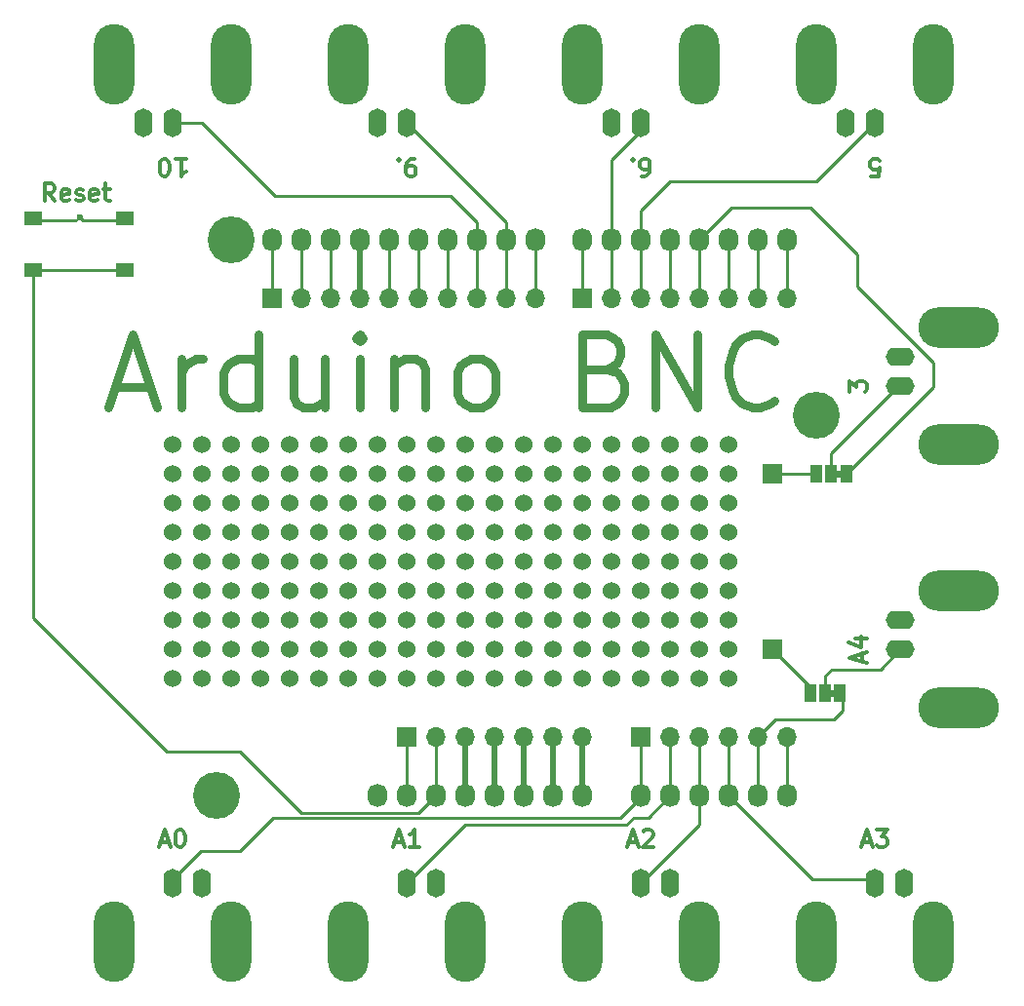
<source format=gbr>
%TF.GenerationSoftware,KiCad,Pcbnew,(6.0.0-0)*%
%TF.CreationDate,2022-09-02T08:24:45-04:00*%
%TF.ProjectId,bnc_shield,626e635f-7368-4696-956c-642e6b696361,rev?*%
%TF.SameCoordinates,Original*%
%TF.FileFunction,Copper,L1,Top*%
%TF.FilePolarity,Positive*%
%FSLAX46Y46*%
G04 Gerber Fmt 4.6, Leading zero omitted, Abs format (unit mm)*
G04 Created by KiCad (PCBNEW (6.0.0-0)) date 2022-09-02 08:24:45*
%MOMM*%
%LPD*%
G01*
G04 APERTURE LIST*
%ADD10C,0.762000*%
%TA.AperFunction,NonConductor*%
%ADD11C,0.762000*%
%TD*%
%ADD12C,0.300000*%
%TA.AperFunction,NonConductor*%
%ADD13C,0.300000*%
%TD*%
%TA.AperFunction,ComponentPad*%
%ADD14O,1.727200X2.032000*%
%TD*%
%TA.AperFunction,ComponentPad*%
%ADD15C,4.064000*%
%TD*%
%TA.AperFunction,ComponentPad*%
%ADD16C,1.524000*%
%TD*%
%TA.AperFunction,ComponentPad*%
%ADD17O,1.600000X2.500000*%
%TD*%
%TA.AperFunction,ComponentPad*%
%ADD18O,3.500000X7.000000*%
%TD*%
%TA.AperFunction,ComponentPad*%
%ADD19R,1.700000X1.700000*%
%TD*%
%TA.AperFunction,ComponentPad*%
%ADD20O,1.700000X1.700000*%
%TD*%
%TA.AperFunction,SMDPad,CuDef*%
%ADD21R,1.000000X1.500000*%
%TD*%
%TA.AperFunction,ComponentPad*%
%ADD22O,2.500000X1.600000*%
%TD*%
%TA.AperFunction,ComponentPad*%
%ADD23O,7.000000X3.500000*%
%TD*%
%TA.AperFunction,SMDPad,CuDef*%
%ADD24R,1.550000X1.300000*%
%TD*%
%TA.AperFunction,ViaPad*%
%ADD25C,0.600000*%
%TD*%
%TA.AperFunction,Conductor*%
%ADD26C,0.250000*%
%TD*%
%TA.AperFunction,Conductor*%
%ADD27C,0.254000*%
%TD*%
%TA.AperFunction,Conductor*%
%ADD28C,0.508000*%
%TD*%
G04 APERTURE END LIST*
D10*
D11*
X116205000Y-88307333D02*
X119228809Y-88307333D01*
X115600238Y-90121619D02*
X117716904Y-83771619D01*
X119833571Y-90121619D01*
X121950238Y-90121619D02*
X121950238Y-85888285D01*
X121950238Y-87097809D02*
X122252619Y-86493047D01*
X122555000Y-86190666D01*
X123159761Y-85888285D01*
X123764523Y-85888285D01*
X128602619Y-90121619D02*
X128602619Y-83771619D01*
X128602619Y-89819238D02*
X127997857Y-90121619D01*
X126788333Y-90121619D01*
X126183571Y-89819238D01*
X125881190Y-89516857D01*
X125578809Y-88912095D01*
X125578809Y-87097809D01*
X125881190Y-86493047D01*
X126183571Y-86190666D01*
X126788333Y-85888285D01*
X127997857Y-85888285D01*
X128602619Y-86190666D01*
X134347857Y-85888285D02*
X134347857Y-90121619D01*
X131626428Y-85888285D02*
X131626428Y-89214476D01*
X131928809Y-89819238D01*
X132533571Y-90121619D01*
X133440714Y-90121619D01*
X134045476Y-89819238D01*
X134347857Y-89516857D01*
X137371666Y-90121619D02*
X137371666Y-85888285D01*
X137371666Y-83771619D02*
X137069285Y-84074000D01*
X137371666Y-84376380D01*
X137674047Y-84074000D01*
X137371666Y-83771619D01*
X137371666Y-84376380D01*
X140395476Y-85888285D02*
X140395476Y-90121619D01*
X140395476Y-86493047D02*
X140697857Y-86190666D01*
X141302619Y-85888285D01*
X142209761Y-85888285D01*
X142814523Y-86190666D01*
X143116904Y-86795428D01*
X143116904Y-90121619D01*
X147047857Y-90121619D02*
X146443095Y-89819238D01*
X146140714Y-89516857D01*
X145838333Y-88912095D01*
X145838333Y-87097809D01*
X146140714Y-86493047D01*
X146443095Y-86190666D01*
X147047857Y-85888285D01*
X147955000Y-85888285D01*
X148559761Y-86190666D01*
X148862142Y-86493047D01*
X149164523Y-87097809D01*
X149164523Y-88912095D01*
X148862142Y-89516857D01*
X148559761Y-89819238D01*
X147955000Y-90121619D01*
X147047857Y-90121619D01*
X158840714Y-86795428D02*
X159747857Y-87097809D01*
X160050238Y-87400190D01*
X160352619Y-88004952D01*
X160352619Y-88912095D01*
X160050238Y-89516857D01*
X159747857Y-89819238D01*
X159143095Y-90121619D01*
X156724047Y-90121619D01*
X156724047Y-83771619D01*
X158840714Y-83771619D01*
X159445476Y-84074000D01*
X159747857Y-84376380D01*
X160050238Y-84981142D01*
X160050238Y-85585904D01*
X159747857Y-86190666D01*
X159445476Y-86493047D01*
X158840714Y-86795428D01*
X156724047Y-86795428D01*
X163074047Y-90121619D02*
X163074047Y-83771619D01*
X166702619Y-90121619D01*
X166702619Y-83771619D01*
X173355000Y-89516857D02*
X173052619Y-89819238D01*
X172145476Y-90121619D01*
X171540714Y-90121619D01*
X170633571Y-89819238D01*
X170028809Y-89214476D01*
X169726428Y-88609714D01*
X169424047Y-87400190D01*
X169424047Y-86493047D01*
X169726428Y-85283523D01*
X170028809Y-84678761D01*
X170633571Y-84074000D01*
X171540714Y-83771619D01*
X172145476Y-83771619D01*
X173052619Y-84074000D01*
X173355000Y-84376380D01*
D12*
D13*
X161869428Y-70036428D02*
X162155142Y-70036428D01*
X162298000Y-69965000D01*
X162369428Y-69893571D01*
X162512285Y-69679285D01*
X162583714Y-69393571D01*
X162583714Y-68822142D01*
X162512285Y-68679285D01*
X162440857Y-68607857D01*
X162298000Y-68536428D01*
X162012285Y-68536428D01*
X161869428Y-68607857D01*
X161798000Y-68679285D01*
X161726571Y-68822142D01*
X161726571Y-69179285D01*
X161798000Y-69322142D01*
X161869428Y-69393571D01*
X162012285Y-69465000D01*
X162298000Y-69465000D01*
X162440857Y-69393571D01*
X162512285Y-69322142D01*
X162583714Y-69179285D01*
X161083714Y-68679285D02*
X161012285Y-68607857D01*
X161083714Y-68536428D01*
X161155142Y-68607857D01*
X161083714Y-68679285D01*
X161083714Y-68536428D01*
D12*
D13*
X181046571Y-127885000D02*
X181760857Y-127885000D01*
X180903714Y-128313571D02*
X181403714Y-126813571D01*
X181903714Y-128313571D01*
X182260857Y-126813571D02*
X183189428Y-126813571D01*
X182689428Y-127385000D01*
X182903714Y-127385000D01*
X183046571Y-127456428D01*
X183118000Y-127527857D01*
X183189428Y-127670714D01*
X183189428Y-128027857D01*
X183118000Y-128170714D01*
X183046571Y-128242142D01*
X182903714Y-128313571D01*
X182475142Y-128313571D01*
X182332285Y-128242142D01*
X182260857Y-128170714D01*
D12*
D13*
X140406571Y-127885000D02*
X141120857Y-127885000D01*
X140263714Y-128313571D02*
X140763714Y-126813571D01*
X141263714Y-128313571D01*
X142549428Y-128313571D02*
X141692285Y-128313571D01*
X142120857Y-128313571D02*
X142120857Y-126813571D01*
X141978000Y-127027857D01*
X141835142Y-127170714D01*
X141692285Y-127242142D01*
D12*
D13*
X160726571Y-127885000D02*
X161440857Y-127885000D01*
X160583714Y-128313571D02*
X161083714Y-126813571D01*
X161583714Y-128313571D01*
X162012285Y-126956428D02*
X162083714Y-126885000D01*
X162226571Y-126813571D01*
X162583714Y-126813571D01*
X162726571Y-126885000D01*
X162798000Y-126956428D01*
X162869428Y-127099285D01*
X162869428Y-127242142D01*
X162798000Y-127456428D01*
X161940857Y-128313571D01*
X162869428Y-128313571D01*
D12*
D13*
X142120857Y-68536428D02*
X141835142Y-68536428D01*
X141692285Y-68607857D01*
X141620857Y-68679285D01*
X141478000Y-68893571D01*
X141406571Y-69179285D01*
X141406571Y-69750714D01*
X141478000Y-69893571D01*
X141549428Y-69965000D01*
X141692285Y-70036428D01*
X141978000Y-70036428D01*
X142120857Y-69965000D01*
X142192285Y-69893571D01*
X142263714Y-69750714D01*
X142263714Y-69393571D01*
X142192285Y-69250714D01*
X142120857Y-69179285D01*
X141978000Y-69107857D01*
X141692285Y-69107857D01*
X141549428Y-69179285D01*
X141478000Y-69250714D01*
X141406571Y-69393571D01*
X140763714Y-68679285D02*
X140692285Y-68607857D01*
X140763714Y-68536428D01*
X140835142Y-68607857D01*
X140763714Y-68679285D01*
X140763714Y-68536428D01*
D12*
D13*
X181760857Y-70036428D02*
X182475142Y-70036428D01*
X182546571Y-69322142D01*
X182475142Y-69393571D01*
X182332285Y-69465000D01*
X181975142Y-69465000D01*
X181832285Y-69393571D01*
X181760857Y-69322142D01*
X181689428Y-69179285D01*
X181689428Y-68822142D01*
X181760857Y-68679285D01*
X181832285Y-68607857D01*
X181975142Y-68536428D01*
X182332285Y-68536428D01*
X182475142Y-68607857D01*
X182546571Y-68679285D01*
D12*
D13*
X120086571Y-127885000D02*
X120800857Y-127885000D01*
X119943714Y-128313571D02*
X120443714Y-126813571D01*
X120943714Y-128313571D01*
X121729428Y-126813571D02*
X121872285Y-126813571D01*
X122015142Y-126885000D01*
X122086571Y-126956428D01*
X122158000Y-127099285D01*
X122229428Y-127385000D01*
X122229428Y-127742142D01*
X122158000Y-128027857D01*
X122086571Y-128170714D01*
X122015142Y-128242142D01*
X121872285Y-128313571D01*
X121729428Y-128313571D01*
X121586571Y-128242142D01*
X121515142Y-128170714D01*
X121443714Y-128027857D01*
X121372285Y-127742142D01*
X121372285Y-127385000D01*
X121443714Y-127099285D01*
X121515142Y-126956428D01*
X121586571Y-126885000D01*
X121729428Y-126813571D01*
D12*
D13*
X121443714Y-68536428D02*
X122300857Y-68536428D01*
X121872285Y-68536428D02*
X121872285Y-70036428D01*
X122015142Y-69822142D01*
X122158000Y-69679285D01*
X122300857Y-69607857D01*
X120515142Y-70036428D02*
X120372285Y-70036428D01*
X120229428Y-69965000D01*
X120158000Y-69893571D01*
X120086571Y-69750714D01*
X120015142Y-69465000D01*
X120015142Y-69107857D01*
X120086571Y-68822142D01*
X120158000Y-68679285D01*
X120229428Y-68607857D01*
X120372285Y-68536428D01*
X120515142Y-68536428D01*
X120658000Y-68607857D01*
X120729428Y-68679285D01*
X120800857Y-68822142D01*
X120872285Y-69107857D01*
X120872285Y-69465000D01*
X120800857Y-69750714D01*
X120729428Y-69893571D01*
X120658000Y-69965000D01*
X120515142Y-70036428D01*
D12*
D13*
X110918857Y-72179571D02*
X110418857Y-71465285D01*
X110061714Y-72179571D02*
X110061714Y-70679571D01*
X110633142Y-70679571D01*
X110776000Y-70751000D01*
X110847428Y-70822428D01*
X110918857Y-70965285D01*
X110918857Y-71179571D01*
X110847428Y-71322428D01*
X110776000Y-71393857D01*
X110633142Y-71465285D01*
X110061714Y-71465285D01*
X112133142Y-72108142D02*
X111990285Y-72179571D01*
X111704571Y-72179571D01*
X111561714Y-72108142D01*
X111490285Y-71965285D01*
X111490285Y-71393857D01*
X111561714Y-71251000D01*
X111704571Y-71179571D01*
X111990285Y-71179571D01*
X112133142Y-71251000D01*
X112204571Y-71393857D01*
X112204571Y-71536714D01*
X111490285Y-71679571D01*
X112776000Y-72108142D02*
X112918857Y-72179571D01*
X113204571Y-72179571D01*
X113347428Y-72108142D01*
X113418857Y-71965285D01*
X113418857Y-71893857D01*
X113347428Y-71751000D01*
X113204571Y-71679571D01*
X112990285Y-71679571D01*
X112847428Y-71608142D01*
X112776000Y-71465285D01*
X112776000Y-71393857D01*
X112847428Y-71251000D01*
X112990285Y-71179571D01*
X113204571Y-71179571D01*
X113347428Y-71251000D01*
X114633142Y-72108142D02*
X114490285Y-72179571D01*
X114204571Y-72179571D01*
X114061714Y-72108142D01*
X113990285Y-71965285D01*
X113990285Y-71393857D01*
X114061714Y-71251000D01*
X114204571Y-71179571D01*
X114490285Y-71179571D01*
X114633142Y-71251000D01*
X114704571Y-71393857D01*
X114704571Y-71536714D01*
X113990285Y-71679571D01*
X115133142Y-71179571D02*
X115704571Y-71179571D01*
X115347428Y-70679571D02*
X115347428Y-71965285D01*
X115418857Y-72108142D01*
X115561714Y-72179571D01*
X115704571Y-72179571D01*
D12*
D13*
X180971000Y-112196428D02*
X180971000Y-111482142D01*
X181399571Y-112339285D02*
X179899571Y-111839285D01*
X181399571Y-111339285D01*
X180399571Y-110196428D02*
X181399571Y-110196428D01*
X179828142Y-110553571D02*
X180899571Y-110910714D01*
X180899571Y-109982142D01*
D12*
D13*
X179899571Y-88765000D02*
X179899571Y-87836428D01*
X180471000Y-88336428D01*
X180471000Y-88122142D01*
X180542428Y-87979285D01*
X180613857Y-87907857D01*
X180756714Y-87836428D01*
X181113857Y-87836428D01*
X181256714Y-87907857D01*
X181328142Y-87979285D01*
X181399571Y-88122142D01*
X181399571Y-88550714D01*
X181328142Y-88693571D01*
X181256714Y-88765000D01*
%TO.C,3 jump*%
G36*
X179238000Y-96185000D02*
G01*
X178738000Y-96185000D01*
X178738000Y-95585000D01*
X179238000Y-95585000D01*
X179238000Y-96185000D01*
G37*
%TO.C,A4 jump*%
G36*
X178700000Y-115235000D02*
G01*
X178200000Y-115235000D01*
X178200000Y-114635000D01*
X178700000Y-114635000D01*
X178700000Y-115235000D01*
G37*
%TD*%
D14*
%TO.P,P1,1,Pin_1*%
%TO.N,unconnected-(P1-Pad1)*%
X138938000Y-123825000D03*
%TO.P,P1,2,Pin_2*%
%TO.N,/IOREF*%
X141478000Y-123825000D03*
%TO.P,P1,3,Pin_3*%
%TO.N,/Reset*%
X144018000Y-123825000D03*
%TO.P,P1,4,Pin_4*%
%TO.N,+3V3*%
X146558000Y-123825000D03*
%TO.P,P1,5,Pin_5*%
%TO.N,+5V*%
X149098000Y-123825000D03*
%TO.P,P1,6,Pin_6*%
%TO.N,GND*%
X151638000Y-123825000D03*
%TO.P,P1,7,Pin_7*%
X154178000Y-123825000D03*
%TO.P,P1,8,Pin_8*%
%TO.N,/Vin*%
X156718000Y-123825000D03*
%TD*%
%TO.P,P2,1,Pin_1*%
%TO.N,/A0*%
X161798000Y-123825000D03*
%TO.P,P2,2,Pin_2*%
%TO.N,/A1*%
X164338000Y-123825000D03*
%TO.P,P2,3,Pin_3*%
%TO.N,/A2*%
X166878000Y-123825000D03*
%TO.P,P2,4,Pin_4*%
%TO.N,/A3*%
X169418000Y-123825000D03*
%TO.P,P2,5,Pin_5*%
%TO.N,/A4(SDA)*%
X171958000Y-123825000D03*
%TO.P,P2,6,Pin_6*%
%TO.N,/A5(SCL)*%
X174498000Y-123825000D03*
%TD*%
%TO.P,P3,1,Pin_1*%
%TO.N,/A5(SCL)*%
X129794000Y-75565000D03*
%TO.P,P3,2,Pin_2*%
%TO.N,/A4(SDA)*%
X132334000Y-75565000D03*
%TO.P,P3,3,Pin_3*%
%TO.N,/AREF*%
X134874000Y-75565000D03*
%TO.P,P3,4,Pin_4*%
%TO.N,GND*%
X137414000Y-75565000D03*
%TO.P,P3,5,Pin_5*%
%TO.N,/13(SCK)*%
X139954000Y-75565000D03*
%TO.P,P3,6,Pin_6*%
%TO.N,/12(MISO)*%
X142494000Y-75565000D03*
%TO.P,P3,7,Pin_7*%
%TO.N,/11(\u002A\u002A{slash}MOSI)*%
X145034000Y-75565000D03*
%TO.P,P3,8,Pin_8*%
%TO.N,/10(\u002A\u002A{slash}SS)*%
X147574000Y-75565000D03*
%TO.P,P3,9,Pin_9*%
%TO.N,/9(\u002A\u002A)*%
X150114000Y-75565000D03*
%TO.P,P3,10,Pin_10*%
%TO.N,/8*%
X152654000Y-75565000D03*
%TD*%
%TO.P,P4,1,Pin_1*%
%TO.N,/7*%
X156718000Y-75565000D03*
%TO.P,P4,2,Pin_2*%
%TO.N,/6(\u002A\u002A)*%
X159258000Y-75565000D03*
%TO.P,P4,3,Pin_3*%
%TO.N,/5(\u002A\u002A)*%
X161798000Y-75565000D03*
%TO.P,P4,4,Pin_4*%
%TO.N,/4*%
X164338000Y-75565000D03*
%TO.P,P4,5,Pin_5*%
%TO.N,/3(\u002A\u002A)*%
X166878000Y-75565000D03*
%TO.P,P4,6,Pin_6*%
%TO.N,/2*%
X169418000Y-75565000D03*
%TO.P,P4,7,Pin_7*%
%TO.N,/1(Tx)*%
X171958000Y-75565000D03*
%TO.P,P4,8,Pin_8*%
%TO.N,/0(Rx)*%
X174498000Y-75565000D03*
%TD*%
D15*
%TO.P,P5,1,Pin_1*%
%TO.N,unconnected-(P5-Pad1)*%
X124968000Y-123825000D03*
%TD*%
%TO.P,P7,1,Pin_1*%
%TO.N,unconnected-(P7-Pad1)*%
X126238000Y-75565000D03*
%TD*%
%TO.P,P8,1,Pin_1*%
%TO.N,unconnected-(P8-Pad1)*%
X177038000Y-90805000D03*
%TD*%
D16*
%TO.P,REF\u002A\u002A,1*%
%TO.N,N/C*%
X121158000Y-93345000D03*
%TO.P,REF\u002A\u002A,2*%
X123698000Y-93345000D03*
%TO.P,REF\u002A\u002A,3*%
X126238000Y-93345000D03*
%TO.P,REF\u002A\u002A,4*%
X128778000Y-93345000D03*
%TO.P,REF\u002A\u002A,5*%
X121158000Y-95885000D03*
%TO.P,REF\u002A\u002A,6*%
X123698000Y-95885000D03*
%TO.P,REF\u002A\u002A,7*%
X126238000Y-95885000D03*
%TO.P,REF\u002A\u002A,8*%
X128778000Y-95885000D03*
%TO.P,REF\u002A\u002A,9*%
X121158000Y-98425000D03*
%TO.P,REF\u002A\u002A,10*%
X123698000Y-98425000D03*
%TO.P,REF\u002A\u002A,11*%
X126238000Y-98425000D03*
%TO.P,REF\u002A\u002A,12*%
X128778000Y-98425000D03*
%TO.P,REF\u002A\u002A,13*%
X121158000Y-100965000D03*
%TO.P,REF\u002A\u002A,14*%
X123698000Y-100965000D03*
%TO.P,REF\u002A\u002A,15*%
X126238000Y-100965000D03*
%TO.P,REF\u002A\u002A,16*%
X128778000Y-100965000D03*
%TD*%
D17*
%TO.P,J10,1,In*%
%TO.N,/9(\u002A\u002A)*%
X141478000Y-65405000D03*
%TO.P,J10,2,Ext*%
%TO.N,GND*%
X138938000Y-65405000D03*
D18*
X146558000Y-60325000D03*
X136398000Y-60325000D03*
%TD*%
D19*
%TO.P,J6,1,Pin_1*%
%TO.N,/IOREF*%
X141473000Y-118745000D03*
D20*
%TO.P,J6,2,Pin_2*%
%TO.N,/Reset*%
X144013000Y-118745000D03*
%TO.P,J6,3,Pin_3*%
%TO.N,+3V3*%
X146553000Y-118745000D03*
%TO.P,J6,4,Pin_4*%
%TO.N,+5V*%
X149093000Y-118745000D03*
%TO.P,J6,5,Pin_5*%
%TO.N,GND*%
X151633000Y-118745000D03*
%TO.P,J6,6,Pin_6*%
X154173000Y-118745000D03*
%TO.P,J6,7,Pin_7*%
%TO.N,/Vin*%
X156713000Y-118745000D03*
%TD*%
D19*
%TO.P,3 alt,1,Pin_1*%
%TO.N,Net-(J16-Pad1)*%
X173228000Y-95885000D03*
%TD*%
D16*
%TO.P,REF\u002A\u002A,1*%
%TO.N,N/C*%
X161798000Y-103505000D03*
%TO.P,REF\u002A\u002A,2*%
X164338000Y-103505000D03*
%TO.P,REF\u002A\u002A,3*%
X166878000Y-103505000D03*
%TO.P,REF\u002A\u002A,4*%
X169418000Y-103505000D03*
%TO.P,REF\u002A\u002A,5*%
X161798000Y-106045000D03*
%TO.P,REF\u002A\u002A,6*%
X164338000Y-106045000D03*
%TO.P,REF\u002A\u002A,7*%
X166878000Y-106045000D03*
%TO.P,REF\u002A\u002A,8*%
X169418000Y-106045000D03*
%TO.P,REF\u002A\u002A,9*%
X161798000Y-108585000D03*
%TO.P,REF\u002A\u002A,10*%
X164338000Y-108585000D03*
%TO.P,REF\u002A\u002A,11*%
X166878000Y-108585000D03*
%TO.P,REF\u002A\u002A,12*%
X169418000Y-108585000D03*
%TO.P,REF\u002A\u002A,13*%
X161798000Y-111125000D03*
%TO.P,REF\u002A\u002A,14*%
X164338000Y-111125000D03*
%TO.P,REF\u002A\u002A,15*%
X166878000Y-111125000D03*
%TO.P,REF\u002A\u002A,16*%
X169418000Y-111125000D03*
%TD*%
D21*
%TO.P,3 jump,1,A*%
%TO.N,/3(\u002A\u002A)*%
X179638000Y-95885000D03*
%TO.P,3 jump,2,C*%
%TO.N,Net-(J7-Pad1)*%
X178338000Y-95885000D03*
%TO.P,3 jump,3,B*%
%TO.N,Net-(J16-Pad1)*%
X177038000Y-95885000D03*
%TD*%
D17*
%TO.P,J8,1,In*%
%TO.N,/5(\u002A\u002A)*%
X182118000Y-65405000D03*
D18*
%TO.P,J8,2,Ext*%
%TO.N,GND*%
X187198000Y-60325000D03*
X177038000Y-60325000D03*
D17*
X179578000Y-65405000D03*
%TD*%
D19*
%TO.P,J12,1,Pin_1*%
%TO.N,/A0*%
X161798000Y-118745000D03*
D20*
%TO.P,J12,2,Pin_2*%
%TO.N,/A1*%
X164338000Y-118745000D03*
%TO.P,J12,3,Pin_3*%
%TO.N,/A2*%
X166878000Y-118745000D03*
%TO.P,J12,4,Pin_4*%
%TO.N,/A3*%
X169418000Y-118745000D03*
%TO.P,J12,5,Pin_5*%
%TO.N,/A4(SDA)*%
X171958000Y-118745000D03*
%TO.P,J12,6,Pin_6*%
%TO.N,/A5(SCL)*%
X174498000Y-118745000D03*
%TD*%
D21*
%TO.P,A4 jump,1,A*%
%TO.N,/A4(SDA)*%
X179100000Y-114935000D03*
%TO.P,A4 jump,2,C*%
%TO.N,Net-(J5-Pad1)*%
X177800000Y-114935000D03*
%TO.P,A4 jump,3,B*%
%TO.N,Net-(J15-Pad1)*%
X176500000Y-114935000D03*
%TD*%
D16*
%TO.P,REF\u002A\u002A,1*%
%TO.N,N/C*%
X161798000Y-113665000D03*
%TO.P,REF\u002A\u002A,2*%
X164338000Y-113665000D03*
%TO.P,REF\u002A\u002A,3*%
X166878000Y-113665000D03*
%TO.P,REF\u002A\u002A,4*%
X169418000Y-113665000D03*
%TD*%
D17*
%TO.P,J11,1,In*%
%TO.N,/10(\u002A\u002A{slash}SS)*%
X121158000Y-65405000D03*
D18*
%TO.P,J11,2,Ext*%
%TO.N,GND*%
X126238000Y-60325000D03*
D17*
X118618000Y-65405000D03*
D18*
X116078000Y-60325000D03*
%TD*%
D22*
%TO.P,J7,1,In*%
%TO.N,Net-(J7-Pad1)*%
X184348000Y-88265000D03*
D23*
%TO.P,J7,2,Ext*%
%TO.N,GND*%
X189428000Y-83185000D03*
X189428000Y-93345000D03*
D22*
X184348000Y-85725000D03*
%TD*%
D16*
%TO.P,REF\u002A\u002A,1*%
%TO.N,N/C*%
X131318000Y-113665000D03*
%TO.P,REF\u002A\u002A,2*%
X133858000Y-113665000D03*
%TO.P,REF\u002A\u002A,3*%
X136398000Y-113665000D03*
%TO.P,REF\u002A\u002A,4*%
X138938000Y-113665000D03*
%TD*%
%TO.P,REF\u002A\u002A,1*%
%TO.N,N/C*%
X141478000Y-103505000D03*
%TO.P,REF\u002A\u002A,2*%
X144018000Y-103505000D03*
%TO.P,REF\u002A\u002A,3*%
X146558000Y-103505000D03*
%TO.P,REF\u002A\u002A,4*%
X149098000Y-103505000D03*
%TO.P,REF\u002A\u002A,5*%
X141478000Y-106045000D03*
%TO.P,REF\u002A\u002A,6*%
X144018000Y-106045000D03*
%TO.P,REF\u002A\u002A,7*%
X146558000Y-106045000D03*
%TO.P,REF\u002A\u002A,8*%
X149098000Y-106045000D03*
%TO.P,REF\u002A\u002A,9*%
X141478000Y-108585000D03*
%TO.P,REF\u002A\u002A,10*%
X144018000Y-108585000D03*
%TO.P,REF\u002A\u002A,11*%
X146558000Y-108585000D03*
%TO.P,REF\u002A\u002A,12*%
X149098000Y-108585000D03*
%TO.P,REF\u002A\u002A,13*%
X141478000Y-111125000D03*
%TO.P,REF\u002A\u002A,14*%
X144018000Y-111125000D03*
%TO.P,REF\u002A\u002A,15*%
X146558000Y-111125000D03*
%TO.P,REF\u002A\u002A,16*%
X149098000Y-111125000D03*
%TD*%
D22*
%TO.P,J5,1,In*%
%TO.N,Net-(J5-Pad1)*%
X184348000Y-111125000D03*
%TO.P,J5,2,Ext*%
%TO.N,GND*%
X184348000Y-108585000D03*
D23*
X189428000Y-116205000D03*
X189428000Y-106045000D03*
%TD*%
D16*
%TO.P,REF\u002A\u002A,1*%
%TO.N,N/C*%
X141478000Y-93345000D03*
%TO.P,REF\u002A\u002A,2*%
X144018000Y-93345000D03*
%TO.P,REF\u002A\u002A,3*%
X146558000Y-93345000D03*
%TO.P,REF\u002A\u002A,4*%
X149098000Y-93345000D03*
%TO.P,REF\u002A\u002A,5*%
X141478000Y-95885000D03*
%TO.P,REF\u002A\u002A,6*%
X144018000Y-95885000D03*
%TO.P,REF\u002A\u002A,7*%
X146558000Y-95885000D03*
%TO.P,REF\u002A\u002A,8*%
X149098000Y-95885000D03*
%TO.P,REF\u002A\u002A,9*%
X141478000Y-98425000D03*
%TO.P,REF\u002A\u002A,10*%
X144018000Y-98425000D03*
%TO.P,REF\u002A\u002A,11*%
X146558000Y-98425000D03*
%TO.P,REF\u002A\u002A,12*%
X149098000Y-98425000D03*
%TO.P,REF\u002A\u002A,13*%
X141478000Y-100965000D03*
%TO.P,REF\u002A\u002A,14*%
X144018000Y-100965000D03*
%TO.P,REF\u002A\u002A,15*%
X146558000Y-100965000D03*
%TO.P,REF\u002A\u002A,16*%
X149098000Y-100965000D03*
%TD*%
D19*
%TO.P,J14,1,Pin_1*%
%TO.N,/7*%
X156718000Y-80645000D03*
D20*
%TO.P,J14,2,Pin_2*%
%TO.N,/6(\u002A\u002A)*%
X159258000Y-80645000D03*
%TO.P,J14,3,Pin_3*%
%TO.N,/5(\u002A\u002A)*%
X161798000Y-80645000D03*
%TO.P,J14,4,Pin_4*%
%TO.N,/4*%
X164338000Y-80645000D03*
%TO.P,J14,5,Pin_5*%
%TO.N,/3(\u002A\u002A)*%
X166878000Y-80645000D03*
%TO.P,J14,6,Pin_6*%
%TO.N,/2*%
X169418000Y-80645000D03*
%TO.P,J14,7,Pin_7*%
%TO.N,/1(Tx)*%
X171958000Y-80645000D03*
%TO.P,J14,8,Pin_8*%
%TO.N,/0(Rx)*%
X174498000Y-80645000D03*
%TD*%
D16*
%TO.P,REF\u002A\u002A,1*%
%TO.N,N/C*%
X121158000Y-103505000D03*
%TO.P,REF\u002A\u002A,2*%
X123698000Y-103505000D03*
%TO.P,REF\u002A\u002A,3*%
X126238000Y-103505000D03*
%TO.P,REF\u002A\u002A,4*%
X128778000Y-103505000D03*
%TO.P,REF\u002A\u002A,5*%
X121158000Y-106045000D03*
%TO.P,REF\u002A\u002A,6*%
X123698000Y-106045000D03*
%TO.P,REF\u002A\u002A,7*%
X126238000Y-106045000D03*
%TO.P,REF\u002A\u002A,8*%
X128778000Y-106045000D03*
%TO.P,REF\u002A\u002A,9*%
X121158000Y-108585000D03*
%TO.P,REF\u002A\u002A,10*%
X123698000Y-108585000D03*
%TO.P,REF\u002A\u002A,11*%
X126238000Y-108585000D03*
%TO.P,REF\u002A\u002A,12*%
X128778000Y-108585000D03*
%TO.P,REF\u002A\u002A,13*%
X121158000Y-111125000D03*
%TO.P,REF\u002A\u002A,14*%
X123698000Y-111125000D03*
%TO.P,REF\u002A\u002A,15*%
X126238000Y-111125000D03*
%TO.P,REF\u002A\u002A,16*%
X128778000Y-111125000D03*
%TD*%
D17*
%TO.P,J1,1,In*%
%TO.N,/A0*%
X121158000Y-131445000D03*
D18*
%TO.P,J1,2,Ext*%
%TO.N,GND*%
X116078000Y-136525000D03*
X126238000Y-136525000D03*
D17*
X123698000Y-131445000D03*
%TD*%
%TO.P,J4,1,In*%
%TO.N,/A3*%
X182118000Y-131445000D03*
D18*
%TO.P,J4,2,Ext*%
%TO.N,GND*%
X187198000Y-136525000D03*
D17*
X184658000Y-131445000D03*
D18*
X177038000Y-136525000D03*
%TD*%
D19*
%TO.P,A4 alt,1,Pin_1*%
%TO.N,Net-(J15-Pad1)*%
X173228000Y-111125000D03*
%TD*%
D16*
%TO.P,REF\u002A\u002A,1*%
%TO.N,N/C*%
X151638000Y-113665000D03*
%TO.P,REF\u002A\u002A,2*%
X154178000Y-113665000D03*
%TO.P,REF\u002A\u002A,3*%
X156718000Y-113665000D03*
%TO.P,REF\u002A\u002A,4*%
X159258000Y-113665000D03*
%TD*%
D17*
%TO.P,J3,1,In*%
%TO.N,/A2*%
X161798000Y-131445000D03*
D18*
%TO.P,J3,2,Ext*%
%TO.N,GND*%
X166878000Y-136525000D03*
D17*
X164338000Y-131445000D03*
D18*
X156718000Y-136525000D03*
%TD*%
D16*
%TO.P,REF\u002A\u002A,1*%
%TO.N,N/C*%
X151638000Y-93345000D03*
%TO.P,REF\u002A\u002A,2*%
X154178000Y-93345000D03*
%TO.P,REF\u002A\u002A,3*%
X156718000Y-93345000D03*
%TO.P,REF\u002A\u002A,4*%
X159258000Y-93345000D03*
%TO.P,REF\u002A\u002A,5*%
X151638000Y-95885000D03*
%TO.P,REF\u002A\u002A,6*%
X154178000Y-95885000D03*
%TO.P,REF\u002A\u002A,7*%
X156718000Y-95885000D03*
%TO.P,REF\u002A\u002A,8*%
X159258000Y-95885000D03*
%TO.P,REF\u002A\u002A,9*%
X151638000Y-98425000D03*
%TO.P,REF\u002A\u002A,10*%
X154178000Y-98425000D03*
%TO.P,REF\u002A\u002A,11*%
X156718000Y-98425000D03*
%TO.P,REF\u002A\u002A,12*%
X159258000Y-98425000D03*
%TO.P,REF\u002A\u002A,13*%
X151638000Y-100965000D03*
%TO.P,REF\u002A\u002A,14*%
X154178000Y-100965000D03*
%TO.P,REF\u002A\u002A,15*%
X156718000Y-100965000D03*
%TO.P,REF\u002A\u002A,16*%
X159258000Y-100965000D03*
%TD*%
%TO.P,REF\u002A\u002A,1*%
%TO.N,N/C*%
X131318000Y-103505000D03*
%TO.P,REF\u002A\u002A,2*%
X133858000Y-103505000D03*
%TO.P,REF\u002A\u002A,3*%
X136398000Y-103505000D03*
%TO.P,REF\u002A\u002A,4*%
X138938000Y-103505000D03*
%TO.P,REF\u002A\u002A,5*%
X131318000Y-106045000D03*
%TO.P,REF\u002A\u002A,6*%
X133858000Y-106045000D03*
%TO.P,REF\u002A\u002A,7*%
X136398000Y-106045000D03*
%TO.P,REF\u002A\u002A,8*%
X138938000Y-106045000D03*
%TO.P,REF\u002A\u002A,9*%
X131318000Y-108585000D03*
%TO.P,REF\u002A\u002A,10*%
X133858000Y-108585000D03*
%TO.P,REF\u002A\u002A,11*%
X136398000Y-108585000D03*
%TO.P,REF\u002A\u002A,12*%
X138938000Y-108585000D03*
%TO.P,REF\u002A\u002A,13*%
X131318000Y-111125000D03*
%TO.P,REF\u002A\u002A,14*%
X133858000Y-111125000D03*
%TO.P,REF\u002A\u002A,15*%
X136398000Y-111125000D03*
%TO.P,REF\u002A\u002A,16*%
X138938000Y-111125000D03*
%TD*%
D17*
%TO.P,J9,1,In*%
%TO.N,/6(\u002A\u002A)*%
X161798000Y-65405000D03*
D18*
%TO.P,J9,2,Ext*%
%TO.N,GND*%
X156718000Y-60325000D03*
X166878000Y-60325000D03*
D17*
X159258000Y-65405000D03*
%TD*%
D16*
%TO.P,REF\u002A\u002A,1*%
%TO.N,N/C*%
X141478000Y-113665000D03*
%TO.P,REF\u002A\u002A,2*%
X144018000Y-113665000D03*
%TO.P,REF\u002A\u002A,3*%
X146558000Y-113665000D03*
%TO.P,REF\u002A\u002A,4*%
X149098000Y-113665000D03*
%TD*%
D19*
%TO.P,J13,1,Pin_1*%
%TO.N,/A5(SCL)*%
X129794000Y-80645000D03*
D20*
%TO.P,J13,2,Pin_2*%
%TO.N,/A4(SDA)*%
X132334000Y-80645000D03*
%TO.P,J13,3,Pin_3*%
%TO.N,/AREF*%
X134874000Y-80645000D03*
%TO.P,J13,4,Pin_4*%
%TO.N,GND*%
X137414000Y-80645000D03*
%TO.P,J13,5,Pin_5*%
%TO.N,/13(SCK)*%
X139954000Y-80645000D03*
%TO.P,J13,6,Pin_6*%
%TO.N,/12(MISO)*%
X142494000Y-80645000D03*
%TO.P,J13,7,Pin_7*%
%TO.N,/11(\u002A\u002A{slash}MOSI)*%
X145034000Y-80645000D03*
%TO.P,J13,8,Pin_8*%
%TO.N,/10(\u002A\u002A{slash}SS)*%
X147574000Y-80645000D03*
%TO.P,J13,9,Pin_9*%
%TO.N,/9(\u002A\u002A)*%
X150114000Y-80645000D03*
%TO.P,J13,10,Pin_10*%
%TO.N,/8*%
X152654000Y-80645000D03*
%TD*%
D16*
%TO.P,REF\u002A\u002A,1*%
%TO.N,N/C*%
X161798000Y-93345000D03*
%TO.P,REF\u002A\u002A,2*%
X164338000Y-93345000D03*
%TO.P,REF\u002A\u002A,3*%
X166878000Y-93345000D03*
%TO.P,REF\u002A\u002A,4*%
X169418000Y-93345000D03*
%TO.P,REF\u002A\u002A,5*%
X161798000Y-95885000D03*
%TO.P,REF\u002A\u002A,6*%
X164338000Y-95885000D03*
%TO.P,REF\u002A\u002A,7*%
X166878000Y-95885000D03*
%TO.P,REF\u002A\u002A,8*%
X169418000Y-95885000D03*
%TO.P,REF\u002A\u002A,9*%
X161798000Y-98425000D03*
%TO.P,REF\u002A\u002A,10*%
X164338000Y-98425000D03*
%TO.P,REF\u002A\u002A,11*%
X166878000Y-98425000D03*
%TO.P,REF\u002A\u002A,12*%
X169418000Y-98425000D03*
%TO.P,REF\u002A\u002A,13*%
X161798000Y-100965000D03*
%TO.P,REF\u002A\u002A,14*%
X164338000Y-100965000D03*
%TO.P,REF\u002A\u002A,15*%
X166878000Y-100965000D03*
%TO.P,REF\u002A\u002A,16*%
X169418000Y-100965000D03*
%TD*%
D17*
%TO.P,J2,1,In*%
%TO.N,/A1*%
X141478000Y-131445000D03*
%TO.P,J2,2,Ext*%
%TO.N,GND*%
X144018000Y-131445000D03*
D18*
X146558000Y-136525000D03*
X136398000Y-136525000D03*
%TD*%
D16*
%TO.P,REF\u002A\u002A,1*%
%TO.N,N/C*%
X121158000Y-113665000D03*
%TO.P,REF\u002A\u002A,2*%
X123698000Y-113665000D03*
%TO.P,REF\u002A\u002A,3*%
X126238000Y-113665000D03*
%TO.P,REF\u002A\u002A,4*%
X128778000Y-113665000D03*
%TD*%
%TO.P,REF\u002A\u002A,1*%
%TO.N,N/C*%
X151638000Y-103505000D03*
%TO.P,REF\u002A\u002A,2*%
X154178000Y-103505000D03*
%TO.P,REF\u002A\u002A,3*%
X156718000Y-103505000D03*
%TO.P,REF\u002A\u002A,4*%
X159258000Y-103505000D03*
%TO.P,REF\u002A\u002A,5*%
X151638000Y-106045000D03*
%TO.P,REF\u002A\u002A,6*%
X154178000Y-106045000D03*
%TO.P,REF\u002A\u002A,7*%
X156718000Y-106045000D03*
%TO.P,REF\u002A\u002A,8*%
X159258000Y-106045000D03*
%TO.P,REF\u002A\u002A,9*%
X151638000Y-108585000D03*
%TO.P,REF\u002A\u002A,10*%
X154178000Y-108585000D03*
%TO.P,REF\u002A\u002A,11*%
X156718000Y-108585000D03*
%TO.P,REF\u002A\u002A,12*%
X159258000Y-108585000D03*
%TO.P,REF\u002A\u002A,13*%
X151638000Y-111125000D03*
%TO.P,REF\u002A\u002A,14*%
X154178000Y-111125000D03*
%TO.P,REF\u002A\u002A,15*%
X156718000Y-111125000D03*
%TO.P,REF\u002A\u002A,16*%
X159258000Y-111125000D03*
%TD*%
%TO.P,REF\u002A\u002A,1*%
%TO.N,N/C*%
X131318000Y-93345000D03*
%TO.P,REF\u002A\u002A,2*%
X133858000Y-93345000D03*
%TO.P,REF\u002A\u002A,3*%
X136398000Y-93345000D03*
%TO.P,REF\u002A\u002A,4*%
X138938000Y-93345000D03*
%TO.P,REF\u002A\u002A,5*%
X131318000Y-95885000D03*
%TO.P,REF\u002A\u002A,6*%
X133858000Y-95885000D03*
%TO.P,REF\u002A\u002A,7*%
X136398000Y-95885000D03*
%TO.P,REF\u002A\u002A,8*%
X138938000Y-95885000D03*
%TO.P,REF\u002A\u002A,9*%
X131318000Y-98425000D03*
%TO.P,REF\u002A\u002A,10*%
X133858000Y-98425000D03*
%TO.P,REF\u002A\u002A,11*%
X136398000Y-98425000D03*
%TO.P,REF\u002A\u002A,12*%
X138938000Y-98425000D03*
%TO.P,REF\u002A\u002A,13*%
X131318000Y-100965000D03*
%TO.P,REF\u002A\u002A,14*%
X133858000Y-100965000D03*
%TO.P,REF\u002A\u002A,15*%
X136398000Y-100965000D03*
%TO.P,REF\u002A\u002A,16*%
X138938000Y-100965000D03*
%TD*%
D24*
%TO.P,SW1,1,1*%
%TO.N,GND*%
X109055000Y-73696000D03*
%TO.P,SW1,2,2*%
X117005000Y-73696000D03*
%TO.P,SW1,3,K*%
%TO.N,/Reset*%
X109055000Y-78196000D03*
%TO.P,SW1,4,A*%
X117005000Y-78196000D03*
%TD*%
D25*
%TO.N,GND*%
X113067232Y-73616532D03*
%TD*%
D26*
%TO.N,/Reset*%
X144018000Y-123825000D02*
X142494000Y-125349000D01*
X142494000Y-125349000D02*
X132334000Y-125349000D01*
X132334000Y-125349000D02*
X127000000Y-120015000D01*
X127000000Y-120015000D02*
X120650000Y-120015000D01*
X120650000Y-120015000D02*
X109055000Y-108420000D01*
X109055000Y-108420000D02*
X109055000Y-78196000D01*
D27*
%TO.N,/A0*%
X161798000Y-123977400D02*
X159974889Y-125800511D01*
X159974889Y-125800511D02*
X129850489Y-125800511D01*
X129850489Y-125800511D02*
X127000000Y-128651000D01*
X161798000Y-123825000D02*
X161798000Y-123977400D01*
X127000000Y-128651000D02*
X123642000Y-128651000D01*
X123642000Y-128651000D02*
X121158000Y-131135000D01*
D26*
%TO.N,/IOREF*%
X141473000Y-118745000D02*
X141473000Y-123820000D01*
X141473000Y-123820000D02*
X141478000Y-123825000D01*
%TO.N,/Reset*%
X144018000Y-123825000D02*
X144018000Y-118750000D01*
X109055000Y-78196000D02*
X117005000Y-78196000D01*
X144018000Y-118750000D02*
X144013000Y-118745000D01*
%TO.N,+5V*%
X149098000Y-118750000D02*
X149093000Y-118745000D01*
D28*
X149098000Y-123825000D02*
X149098000Y-118750000D01*
D27*
%TO.N,GND*%
X113357232Y-73906532D02*
X113067232Y-73616532D01*
X109092232Y-73906532D02*
X112777232Y-73906532D01*
D28*
X151638000Y-123825000D02*
X151638000Y-118750000D01*
X137414000Y-75565000D02*
X137414000Y-80645000D01*
D26*
X151638000Y-118750000D02*
X151633000Y-118745000D01*
D27*
X117042232Y-73906532D02*
X113357232Y-73906532D01*
D26*
X154178000Y-118750000D02*
X154173000Y-118745000D01*
D28*
X154178000Y-123825000D02*
X154178000Y-118750000D01*
%TO.N,/Vin*%
X156713000Y-118745000D02*
X156713000Y-123820000D01*
D26*
X156713000Y-123820000D02*
X156718000Y-123825000D01*
D27*
%TO.N,/A0*%
X161798000Y-123825000D02*
X161798000Y-118745000D01*
%TO.N,/A1*%
X162433000Y-125730000D02*
X164338000Y-123825000D01*
X141478000Y-131445000D02*
X146558000Y-126365000D01*
X160528000Y-126365000D02*
X161163000Y-125730000D01*
X161163000Y-125730000D02*
X162433000Y-125730000D01*
X146558000Y-126365000D02*
X160528000Y-126365000D01*
D26*
X164338000Y-118745000D02*
X164338000Y-123825000D01*
D27*
%TO.N,/A2*%
X166878000Y-126365000D02*
X166878000Y-123825000D01*
X166878000Y-123825000D02*
X166878000Y-118745000D01*
X162108000Y-131135000D02*
X166878000Y-126365000D01*
X161798000Y-131135000D02*
X162108000Y-131135000D01*
%TO.N,/A3*%
X176728000Y-131135000D02*
X169418000Y-123825000D01*
X182118000Y-131135000D02*
X176728000Y-131135000D01*
D26*
X169418000Y-118745000D02*
X169418000Y-123825000D01*
%TO.N,/AREF*%
X134874000Y-80645000D02*
X134874000Y-75565000D01*
%TO.N,/A4(SDA)*%
X171958000Y-118745000D02*
X171958000Y-122809000D01*
D27*
X173482000Y-117221000D02*
X171958000Y-118745000D01*
X178562000Y-117221000D02*
X173482000Y-117221000D01*
X179100000Y-114935000D02*
X179324000Y-115159000D01*
D26*
X132334000Y-80645000D02*
X132334000Y-75565000D01*
D27*
X179324000Y-116459000D02*
X178562000Y-117221000D01*
X179324000Y-115159000D02*
X179324000Y-116459000D01*
D26*
%TO.N,/A5(SCL)*%
X174498000Y-123825000D02*
X174498000Y-118745000D01*
X129794000Y-75565000D02*
X129794000Y-80645000D01*
D27*
%TO.N,/9(\u002A\u002A)*%
X150114000Y-74041000D02*
X150114000Y-75565000D01*
D26*
X150114000Y-80645000D02*
X150114000Y-75565000D01*
D27*
X141478000Y-65405000D02*
X150114000Y-74041000D01*
D26*
%TO.N,/8*%
X152654000Y-75565000D02*
X152654000Y-80645000D01*
%TO.N,/7*%
X156718000Y-80645000D02*
X156718000Y-75565000D01*
D27*
%TO.N,/6(\u002A\u002A)*%
X159258000Y-75565000D02*
X159258000Y-80645000D01*
X159258000Y-68580000D02*
X161798000Y-66040000D01*
X161798000Y-66040000D02*
X161798000Y-65405000D01*
X159258000Y-75565000D02*
X159258000Y-68580000D01*
%TO.N,/5(\u002A\u002A)*%
X161798000Y-73025000D02*
X161798000Y-75565000D01*
X164338000Y-70485000D02*
X161798000Y-73025000D01*
D26*
X161798000Y-80645000D02*
X161798000Y-75565000D01*
D27*
X182118000Y-65405000D02*
X177038000Y-70485000D01*
X177038000Y-70485000D02*
X164338000Y-70485000D01*
D26*
%TO.N,/4*%
X164338000Y-75565000D02*
X164338000Y-80645000D01*
D27*
%TO.N,/3(\u002A\u002A)*%
X187198000Y-88325000D02*
X187198000Y-86233000D01*
X169672000Y-72771000D02*
X166878000Y-75565000D01*
D26*
X166878000Y-80645000D02*
X166878000Y-75565000D01*
D27*
X176530000Y-72771000D02*
X169672000Y-72771000D01*
X180594000Y-79629000D02*
X180594000Y-76835000D01*
X179638000Y-95885000D02*
X187198000Y-88325000D01*
X180594000Y-76835000D02*
X176530000Y-72771000D01*
X187198000Y-86233000D02*
X180594000Y-79629000D01*
D26*
%TO.N,/2*%
X169418000Y-80645000D02*
X169418000Y-75565000D01*
%TO.N,/1(Tx)*%
X171958000Y-75565000D02*
X171958000Y-80645000D01*
%TO.N,/0(Rx)*%
X174498000Y-80645000D02*
X174498000Y-75565000D01*
%TO.N,/13(SCK)*%
X139954000Y-80645000D02*
X139954000Y-75565000D01*
D28*
%TO.N,+3V3*%
X146553000Y-118745000D02*
X146553000Y-123820000D01*
D26*
X146553000Y-123820000D02*
X146558000Y-123825000D01*
%TO.N,/12(MISO)*%
X142494000Y-75565000D02*
X142494000Y-80645000D01*
%TO.N,/11(\u002A\u002A{slash}MOSI)*%
X145034000Y-80645000D02*
X145034000Y-75565000D01*
D27*
%TO.N,/10(\u002A\u002A{slash}SS)*%
X147574000Y-75565000D02*
X147574000Y-80645000D01*
X123698000Y-65405000D02*
X130048000Y-71755000D01*
X145288000Y-71755000D02*
X147574000Y-74041000D01*
X130048000Y-71755000D02*
X145288000Y-71755000D01*
X121158000Y-65405000D02*
X123698000Y-65405000D01*
X147574000Y-74041000D02*
X147574000Y-75565000D01*
%TO.N,Net-(J5-Pad1)*%
X182619231Y-112853769D02*
X184348000Y-111125000D01*
X177800000Y-114935000D02*
X177800000Y-113411000D01*
X178357231Y-112853769D02*
X182619231Y-112853769D01*
X177800000Y-113411000D02*
X178357231Y-112853769D01*
%TO.N,Net-(J7-Pad1)*%
X184150000Y-88265000D02*
X184348000Y-88265000D01*
X178338000Y-94077000D02*
X184150000Y-88265000D01*
X178338000Y-95885000D02*
X178338000Y-94077000D01*
%TO.N,Net-(J15-Pad1)*%
X176500000Y-114397000D02*
X176500000Y-114935000D01*
X173228000Y-111125000D02*
X176500000Y-114397000D01*
%TO.N,Net-(J16-Pad1)*%
X177038000Y-95885000D02*
X173228000Y-95885000D01*
%TD*%
M02*

</source>
